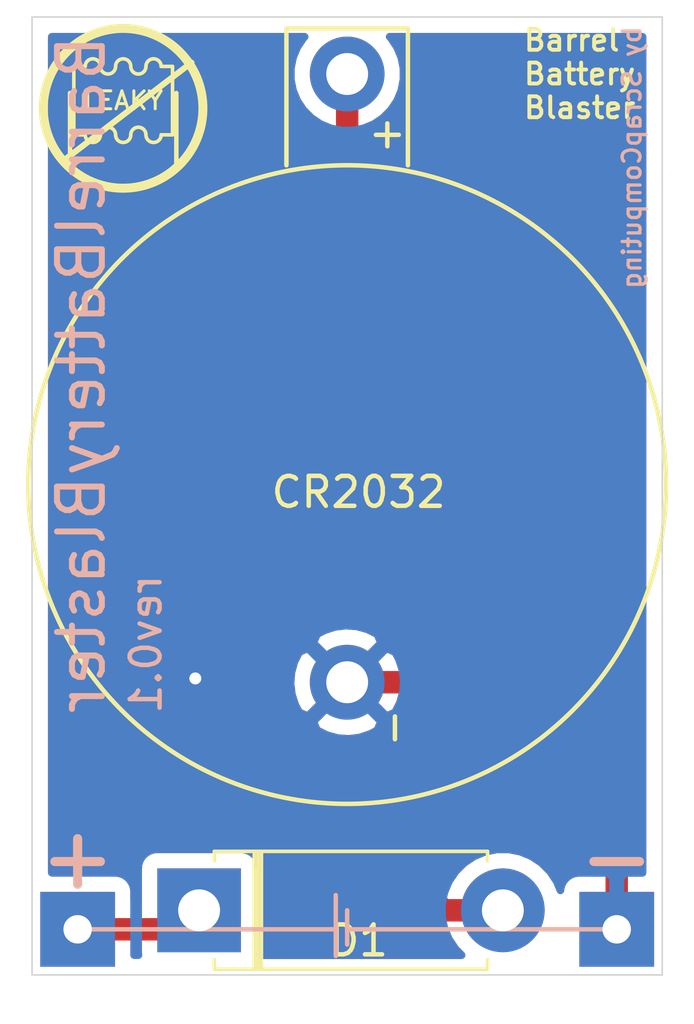
<source format=kicad_pcb>
(kicad_pcb (version 20171130) (host pcbnew 5.1.9+dfsg1-1+deb11u1)

  (general
    (thickness 1.6)
    (drawings 29)
    (tracks 12)
    (zones 0)
    (modules 3)
    (nets 4)
  )

  (page A4)
  (layers
    (0 F.Cu signal)
    (31 B.Cu signal)
    (32 B.Adhes user)
    (33 F.Adhes user)
    (34 B.Paste user)
    (35 F.Paste user)
    (36 B.SilkS user)
    (37 F.SilkS user)
    (38 B.Mask user)
    (39 F.Mask user)
    (40 Dwgs.User user)
    (41 Cmts.User user)
    (42 Eco1.User user)
    (43 Eco2.User user)
    (44 Edge.Cuts user)
    (45 Margin user)
    (46 B.CrtYd user)
    (47 F.CrtYd user)
    (48 B.Fab user)
    (49 F.Fab user)
  )

  (setup
    (last_trace_width 0.75)
    (user_trace_width 0.75)
    (trace_clearance 0.2)
    (zone_clearance 0.508)
    (zone_45_only no)
    (trace_min 0.2)
    (via_size 0.8)
    (via_drill 0.4)
    (via_min_size 0.4)
    (via_min_drill 0.3)
    (uvia_size 0.3)
    (uvia_drill 0.1)
    (uvias_allowed no)
    (uvia_min_size 0.2)
    (uvia_min_drill 0.1)
    (edge_width 0.05)
    (segment_width 0.2)
    (pcb_text_width 0.3)
    (pcb_text_size 1.5 1.5)
    (mod_edge_width 0.12)
    (mod_text_size 1 1)
    (mod_text_width 0.15)
    (pad_size 1.524 1.524)
    (pad_drill 0.762)
    (pad_to_mask_clearance 0)
    (aux_axis_origin 0 0)
    (visible_elements FFFFFF7F)
    (pcbplotparams
      (layerselection 0x010fc_ffffffff)
      (usegerberextensions false)
      (usegerberattributes true)
      (usegerberadvancedattributes true)
      (creategerberjobfile true)
      (excludeedgelayer true)
      (linewidth 0.100000)
      (plotframeref false)
      (viasonmask false)
      (mode 1)
      (useauxorigin false)
      (hpglpennumber 1)
      (hpglpenspeed 20)
      (hpglpendiameter 15.000000)
      (psnegative false)
      (psa4output false)
      (plotreference true)
      (plotvalue true)
      (plotinvisibletext false)
      (padsonsilk false)
      (subtractmaskfromsilk false)
      (outputformat 1)
      (mirror false)
      (drillshape 0)
      (scaleselection 1)
      (outputdirectory "gerbers/"))
  )

  (net 0 "")
  (net 1 "Net-(CR2032-Pad1)")
  (net 2 "Net-(BarrelBattery1-Pad2)")
  (net 3 "Net-(BarrelBattery1-Pad1)")

  (net_class Default "This is the default net class."
    (clearance 0.2)
    (trace_width 0.25)
    (via_dia 0.8)
    (via_drill 0.4)
    (uvia_dia 0.3)
    (uvia_drill 0.1)
    (add_net "Net-(BarrelBattery1-Pad1)")
    (add_net "Net-(BarrelBattery1-Pad2)")
    (add_net "Net-(CR2032-Pad1)")
  )

  (module Diode_THT:D_5W_P10.16mm_Horizontal (layer F.Cu) (tedit 5AE50CD5) (tstamp 63AD55A7)
    (at 165.862 83.312)
    (descr "Diode, 5W series, Axial, Horizontal, pin pitch=10.16mm, , length*diameter=8.9*3.7mm^2, , http://www.diodes.com/_files/packages/8686949.gif")
    (tags "Diode 5W series Axial Horizontal pin pitch 10.16mm  length 8.9mm diameter 3.7mm")
    (path /63AE5684)
    (fp_text reference D1 (at 5.334 1.016) (layer F.SilkS)
      (effects (font (size 1 1) (thickness 0.15)))
    )
    (fp_text value D_Schottky (at 5.08 2.97) (layer F.Fab)
      (effects (font (size 1 1) (thickness 0.15)))
    )
    (fp_text user K (at 0 -2.4) (layer F.SilkS) hide
      (effects (font (size 1 1) (thickness 0.15)))
    )
    (fp_text user K (at 0 -2.4) (layer F.Fab)
      (effects (font (size 1 1) (thickness 0.15)))
    )
    (fp_text user %R (at 5.7475 0) (layer F.Fab)
      (effects (font (size 1 1) (thickness 0.15)))
    )
    (fp_line (start 0.63 -1.85) (end 0.63 1.85) (layer F.Fab) (width 0.1))
    (fp_line (start 0.63 1.85) (end 9.53 1.85) (layer F.Fab) (width 0.1))
    (fp_line (start 9.53 1.85) (end 9.53 -1.85) (layer F.Fab) (width 0.1))
    (fp_line (start 9.53 -1.85) (end 0.63 -1.85) (layer F.Fab) (width 0.1))
    (fp_line (start 0 0) (end 0.63 0) (layer F.Fab) (width 0.1))
    (fp_line (start 10.16 0) (end 9.53 0) (layer F.Fab) (width 0.1))
    (fp_line (start 1.965 -1.85) (end 1.965 1.85) (layer F.Fab) (width 0.1))
    (fp_line (start 2.065 -1.85) (end 2.065 1.85) (layer F.Fab) (width 0.1))
    (fp_line (start 1.865 -1.85) (end 1.865 1.85) (layer F.Fab) (width 0.1))
    (fp_line (start 0.51 -1.64) (end 0.51 -1.97) (layer F.SilkS) (width 0.12))
    (fp_line (start 0.51 -1.97) (end 9.65 -1.97) (layer F.SilkS) (width 0.12))
    (fp_line (start 9.65 -1.97) (end 9.65 -1.64) (layer F.SilkS) (width 0.12))
    (fp_line (start 0.51 1.64) (end 0.51 1.97) (layer F.SilkS) (width 0.12))
    (fp_line (start 0.51 1.97) (end 9.65 1.97) (layer F.SilkS) (width 0.12))
    (fp_line (start 9.65 1.97) (end 9.65 1.64) (layer F.SilkS) (width 0.12))
    (fp_line (start 1.965 -1.97) (end 1.965 1.97) (layer F.SilkS) (width 0.12))
    (fp_line (start 2.085 -1.97) (end 2.085 1.97) (layer F.SilkS) (width 0.12))
    (fp_line (start 1.845 -1.97) (end 1.845 1.97) (layer F.SilkS) (width 0.12))
    (fp_line (start -1.65 -2.1) (end -1.65 2.1) (layer F.CrtYd) (width 0.05))
    (fp_line (start -1.65 2.1) (end 11.81 2.1) (layer F.CrtYd) (width 0.05))
    (fp_line (start 11.81 2.1) (end 11.81 -2.1) (layer F.CrtYd) (width 0.05))
    (fp_line (start 11.81 -2.1) (end -1.65 -2.1) (layer F.CrtYd) (width 0.05))
    (pad 2 thru_hole oval (at 10.16 0) (size 2.8 2.8) (drill 1.4) (layers *.Cu *.Mask)
      (net 1 "Net-(CR2032-Pad1)"))
    (pad 1 thru_hole rect (at 0 0) (size 2.8 2.8) (drill 1.4) (layers *.Cu *.Mask)
      (net 3 "Net-(BarrelBattery1-Pad1)"))
    (model ${KISYS3DMOD}/Diode_THT.3dshapes/D_5W_P10.16mm_Horizontal.wrl
      (at (xyz 0 0 0))
      (scale (xyz 1 1 1))
      (rotate (xyz 0 0 0))
    )
  )

  (module BarrelBatteryBlaster:cr2032 (layer F.Cu) (tedit 63AD4AAA) (tstamp 63AD57E1)
    (at 170.815 55.372 270)
    (path /63ADD5BE)
    (fp_text reference CR2032 (at 13.97 -0.381 180) (layer F.SilkS)
      (effects (font (size 1 1) (thickness 0.15)))
    )
    (fp_text value CR2032 (at 13.97 -2.032 90) (layer F.Fab)
      (effects (font (size 1 1) (thickness 0.15)))
    )
    (fp_text user - (at 21.844 -1.524 90) (layer F.SilkS)
      (effects (font (size 1 1) (thickness 0.15)))
    )
    (fp_text user + (at 2.032 -1.27 90) (layer F.SilkS)
      (effects (font (size 1 1) (thickness 0.15)))
    )
    (fp_line (start -2.413 3.175) (end 2.54 3.175) (layer F.CrtYd) (width 0.12))
    (fp_line (start -2.413 -3.302) (end -2.413 3.175) (layer F.CrtYd) (width 0.12))
    (fp_line (start 2.54 -3.302) (end -2.413 -3.302) (layer F.CrtYd) (width 0.12))
    (fp_circle (center 13.716 0) (end 23.368 6.35) (layer F.CrtYd) (width 0.12))
    (fp_line (start -1.524 -2.032) (end -1.524 2.032) (layer F.SilkS) (width 0.15))
    (fp_circle (center 13.716 0) (end 24.384 0) (layer F.SilkS) (width 0.15))
    (fp_line (start -1.524 -2.032) (end 3.048 -2.032) (layer F.SilkS) (width 0.15))
    (fp_line (start -1.524 2.032) (end 3.048 2.032) (layer F.SilkS) (width 0.15))
    (pad 2 thru_hole circle (at 20.32 0 270) (size 2.5 2.5) (drill 1.4) (layers *.Cu *.Mask)
      (net 2 "Net-(BarrelBattery1-Pad2)"))
    (pad 1 thru_hole circle (at 0 0 270) (size 2.5 2.5) (drill 1.4) (layers *.Cu *.Mask)
      (net 1 "Net-(CR2032-Pad1)"))
  )

  (module BarrelBatteryBlaster:barrel_battery (layer B.Cu) (tedit 63AD490E) (tstamp 63AD5D56)
    (at 179.832 83.947 180)
    (path /63AE9158)
    (fp_text reference BarrelBattery1 (at 31.877 8.001) (layer B.SilkS) hide
      (effects (font (size 1 1) (thickness 0.15)) (justify mirror))
    )
    (fp_text value BarrelBattery (at 8.636 3.683) (layer B.Fab)
      (effects (font (size 1 1) (thickness 0.15)) (justify mirror))
    )
    (fp_text user - (at 0 2.413) (layer B.SilkS)
      (effects (font (size 2 2) (thickness 0.3)) (justify mirror))
    )
    (fp_text user - (at 0 2.413) (layer F.SilkS)
      (effects (font (size 2 2) (thickness 0.3)))
    )
    (fp_text user + (at 18.034 2.413) (layer F.SilkS)
      (effects (font (size 2 2) (thickness 0.3)))
    )
    (fp_text user + (at 18.034 2.413) (layer B.SilkS)
      (effects (font (size 2 2) (thickness 0.3)) (justify mirror))
    )
    (fp_line (start 0 0) (end 9.017 0) (layer B.SilkS) (width 0.15))
    (fp_line (start 9.017 0.635) (end 9.017 -0.508) (layer B.SilkS) (width 0.15))
    (fp_line (start 9.398 1.143) (end 9.398 -0.889) (layer B.SilkS) (width 0.15))
    (fp_line (start 9.398 0) (end 18.034 0) (layer B.SilkS) (width 0.15))
    (pad 1 thru_hole rect (at 18.034 0 180) (size 2.5 2.5) (drill 0.95) (layers *.Cu *.Mask)
      (net 3 "Net-(BarrelBattery1-Pad1)"))
    (pad 2 thru_hole rect (at 0 0 90) (size 2.5 2.5) (drill 0.95) (layers *.Cu *.Mask)
      (net 2 "Net-(BarrelBattery1-Pad2)"))
  )

  (gr_circle (center 163.319793 56.517207) (end 165.989 56.517207) (layer F.SilkS) (width 0.3))
  (gr_line (start 161.29 58.293) (end 165.608 54.991) (layer F.SilkS) (width 0.2))
  (gr_text LEAKY (at 163.322 56.261) (layer F.SilkS)
    (effects (font (size 0.6 0.6) (thickness 0.1)))
  )
  (gr_arc (start 163.83 57.404) (end 164.084 57.404) (angle -180) (layer F.SilkS) (width 0.12) (tstamp 63AD5BE1))
  (gr_line (start 162.052 57.404) (end 161.671 57.404) (layer F.SilkS) (width 0.12) (tstamp 63AD5BE0))
  (gr_arc (start 162.814 57.404) (end 163.068 57.404) (angle -180) (layer F.SilkS) (width 0.12) (tstamp 63AD5BDF))
  (gr_line (start 164.973 57.404) (end 164.592 57.404) (layer F.SilkS) (width 0.12) (tstamp 63AD5BDE))
  (gr_arc (start 163.322 57.404) (end 163.068 57.404) (angle -180) (layer F.SilkS) (width 0.12) (tstamp 63AD5BDD))
  (gr_arc (start 162.306 57.404) (end 162.052 57.404) (angle -180) (layer F.SilkS) (width 0.12) (tstamp 63AD5BDC))
  (gr_arc (start 164.338 57.404) (end 164.084 57.404) (angle -180) (layer F.SilkS) (width 0.12) (tstamp 63AD5BDB))
  (gr_arc (start 163.83 55.118) (end 163.576 55.118) (angle -180) (layer F.SilkS) (width 0.12) (tstamp 63AD5BCE))
  (gr_arc (start 162.814 55.118) (end 162.56 55.118) (angle -180) (layer F.SilkS) (width 0.12) (tstamp 63AD5BC3))
  (gr_line (start 165.1 58.42) (end 165.1 56.007) (layer F.SilkS) (width 0.15) (tstamp 63AD5BB0))
  (gr_line (start 164.973 57.404) (end 164.973 55.118) (layer F.SilkS) (width 0.12) (tstamp 63AD5BAD))
  (gr_arc (start 164.338 55.118) (end 164.592 55.118) (angle -180) (layer F.SilkS) (width 0.12) (tstamp 63AD5B6A))
  (gr_line (start 164.592 55.118) (end 164.973 55.118) (layer F.SilkS) (width 0.12) (tstamp 63AD5B69))
  (gr_arc (start 163.322 55.118) (end 163.576 55.118) (angle -180) (layer F.SilkS) (width 0.12) (tstamp 63AD5B6A))
  (gr_arc (start 162.306 55.118) (end 162.56 55.118) (angle -180) (layer F.SilkS) (width 0.12))
  (gr_line (start 161.671 55.118) (end 162.052 55.118) (layer F.SilkS) (width 0.12))
  (gr_line (start 161.671 57.404) (end 161.671 55.118) (layer F.SilkS) (width 0.12))
  (gr_line (start 161.544 58.42) (end 161.544 56.007) (layer F.SilkS) (width 0.15))
  (gr_text rev0.1 (at 164.084 74.422 90) (layer B.SilkS) (tstamp 63AD56C4)
    (effects (font (size 1 1) (thickness 0.15)) (justify mirror))
  )
  (gr_text BarrelBatteryBlaster (at 161.925 65.405 90) (layer B.SilkS) (tstamp 63AD5642)
    (effects (font (size 1.5 1.5) (thickness 0.2)) (justify mirror))
  )
  (gr_text "by ScrapComputing" (at 180.34 58.166 90) (layer B.SilkS)
    (effects (font (size 0.6 0.6) (thickness 0.11)) (justify mirror))
  )
  (gr_text "Barrel\nBattery\nBlaster" (at 176.657 55.372) (layer F.SilkS)
    (effects (font (size 0.7 0.7) (thickness 0.13)) (justify left))
  )
  (gr_line (start 160.274 85.471) (end 181.356 85.471) (layer Edge.Cuts) (width 0.05))
  (gr_line (start 160.274 53.467) (end 160.274 85.471) (layer Edge.Cuts) (width 0.05))
  (gr_line (start 181.356 53.467) (end 160.274 53.467) (layer Edge.Cuts) (width 0.05))
  (gr_line (start 181.356 85.471) (end 181.356 53.467) (layer Edge.Cuts) (width 0.05))

  (segment (start 170.815 55.372) (end 170.815 70.739) (width 0.75) (layer F.Cu) (net 1))
  (segment (start 170.815 70.739) (end 167.767 73.787) (width 0.75) (layer F.Cu) (net 1))
  (segment (start 174.042102 83.312) (end 176.022 83.312) (width 0.75) (layer F.Cu) (net 1))
  (segment (start 167.767 77.036898) (end 174.042102 83.312) (width 0.75) (layer F.Cu) (net 1))
  (segment (start 167.767 73.787) (end 167.767 77.036898) (width 0.75) (layer F.Cu) (net 1))
  (segment (start 170.815 75.692) (end 175.895 75.692) (width 0.75) (layer F.Cu) (net 2))
  (segment (start 175.895 75.692) (end 179.832 79.629) (width 0.75) (layer F.Cu) (net 2))
  (segment (start 179.832 79.629) (end 179.832 83.947) (width 0.75) (layer F.Cu) (net 2))
  (via (at 165.735 75.565) (size 0.8) (drill 0.4) (layers F.Cu B.Cu) (net 2))
  (segment (start 165.1 84.074) (end 165.862 83.312) (width 0.75) (layer F.Cu) (net 3))
  (segment (start 165.227 83.947) (end 165.862 83.312) (width 0.75) (layer F.Cu) (net 3))
  (segment (start 161.798 83.947) (end 165.227 83.947) (width 0.75) (layer F.Cu) (net 3))

  (zone (net 2) (net_name "Net-(BarrelBattery1-Pad2)") (layer F.Cu) (tstamp 63AD617F) (hatch edge 0.508)
    (connect_pads (clearance 0.508))
    (min_thickness 0.254)
    (fill yes (arc_segments 32) (thermal_gap 0.508) (thermal_bridge_width 0.508))
    (polygon
      (pts
        (xy 181.356 85.598) (xy 160.274 85.471) (xy 160.274 53.467) (xy 181.229 53.467)
      )
    )
    (filled_polygon
      (pts
        (xy 169.350825 54.170382) (xy 169.144534 54.479118) (xy 169.002439 54.822166) (xy 168.93 55.186344) (xy 168.93 55.557656)
        (xy 169.002439 55.921834) (xy 169.144534 56.264882) (xy 169.350825 56.573618) (xy 169.613382 56.836175) (xy 169.805 56.96421)
        (xy 169.805001 70.320643) (xy 167.087906 73.037739) (xy 167.049367 73.069367) (xy 166.923153 73.22316) (xy 166.829369 73.39862)
        (xy 166.829368 73.398621) (xy 166.771615 73.589006) (xy 166.752114 73.787) (xy 166.757 73.836608) (xy 166.757001 76.987281)
        (xy 166.752114 77.036898) (xy 166.771615 77.234892) (xy 166.829368 77.425277) (xy 166.829369 77.425278) (xy 166.923154 77.600738)
        (xy 167.049368 77.754531) (xy 167.087901 77.786154) (xy 173.292841 83.991094) (xy 173.324469 84.029633) (xy 173.478262 84.155847)
        (xy 173.653722 84.249632) (xy 173.844108 84.307385) (xy 173.992494 84.322) (xy 173.992496 84.322) (xy 174.042101 84.326886)
        (xy 174.091706 84.322) (xy 174.249387 84.322) (xy 174.441313 84.609237) (xy 174.643076 84.811) (xy 167.890322 84.811)
        (xy 167.900072 84.712) (xy 167.900072 81.912) (xy 167.887812 81.787518) (xy 167.851502 81.66782) (xy 167.792537 81.557506)
        (xy 167.713185 81.460815) (xy 167.616494 81.381463) (xy 167.50618 81.322498) (xy 167.386482 81.286188) (xy 167.262 81.273928)
        (xy 164.462 81.273928) (xy 164.337518 81.286188) (xy 164.21782 81.322498) (xy 164.107506 81.381463) (xy 164.010815 81.460815)
        (xy 163.931463 81.557506) (xy 163.872498 81.66782) (xy 163.836188 81.787518) (xy 163.823928 81.912) (xy 163.823928 82.937)
        (xy 163.686072 82.937) (xy 163.686072 82.697) (xy 163.673812 82.572518) (xy 163.637502 82.45282) (xy 163.578537 82.342506)
        (xy 163.499185 82.245815) (xy 163.402494 82.166463) (xy 163.29218 82.107498) (xy 163.172482 82.071188) (xy 163.048 82.058928)
        (xy 160.934 82.058928) (xy 160.934 54.127) (xy 169.394207 54.127)
      )
    )
    (filled_polygon
      (pts
        (xy 180.696 82.060158) (xy 180.11775 82.062) (xy 179.959 82.22075) (xy 179.959 83.82) (xy 179.979 83.82)
        (xy 179.979 84.074) (xy 179.959 84.074) (xy 179.959 84.094) (xy 179.705 84.094) (xy 179.705 84.074)
        (xy 179.685 84.074) (xy 179.685 83.82) (xy 179.705 83.82) (xy 179.705 82.22075) (xy 179.54625 82.062)
        (xy 178.582 82.058928) (xy 178.457518 82.071188) (xy 178.33782 82.107498) (xy 178.227506 82.166463) (xy 178.130815 82.245815)
        (xy 178.051463 82.342506) (xy 177.992498 82.45282) (xy 177.956188 82.572518) (xy 177.948922 82.646291) (xy 177.825393 82.348066)
        (xy 177.602687 82.014763) (xy 177.319237 81.731313) (xy 176.985934 81.508607) (xy 176.615587 81.355204) (xy 176.22243 81.277)
        (xy 175.82157 81.277) (xy 175.428413 81.355204) (xy 175.058066 81.508607) (xy 174.724763 81.731313) (xy 174.441313 82.014763)
        (xy 174.33393 82.175473) (xy 169.164062 77.005605) (xy 169.681 77.005605) (xy 169.806914 77.295577) (xy 170.139126 77.461433)
        (xy 170.497312 77.55929) (xy 170.867706 77.585389) (xy 171.236075 77.538725) (xy 171.588262 77.421094) (xy 171.823086 77.295577)
        (xy 171.949 77.005605) (xy 170.815 75.871605) (xy 169.681 77.005605) (xy 169.164062 77.005605) (xy 168.777 76.618543)
        (xy 168.777 75.744706) (xy 168.921611 75.744706) (xy 168.968275 76.113075) (xy 169.085906 76.465262) (xy 169.211423 76.700086)
        (xy 169.501395 76.826) (xy 170.635395 75.692) (xy 170.994605 75.692) (xy 172.128605 76.826) (xy 172.418577 76.700086)
        (xy 172.584433 76.367874) (xy 172.68229 76.009688) (xy 172.708389 75.639294) (xy 172.661725 75.270925) (xy 172.544094 74.918738)
        (xy 172.418577 74.683914) (xy 172.128605 74.558) (xy 170.994605 75.692) (xy 170.635395 75.692) (xy 169.501395 74.558)
        (xy 169.211423 74.683914) (xy 169.045567 75.016126) (xy 168.94771 75.374312) (xy 168.921611 75.744706) (xy 168.777 75.744706)
        (xy 168.777 74.378395) (xy 169.681 74.378395) (xy 170.815 75.512395) (xy 171.949 74.378395) (xy 171.823086 74.088423)
        (xy 171.490874 73.922567) (xy 171.132688 73.82471) (xy 170.762294 73.798611) (xy 170.393925 73.845275) (xy 170.041738 73.962906)
        (xy 169.806914 74.088423) (xy 169.681 74.378395) (xy 168.777 74.378395) (xy 168.777 74.205355) (xy 171.4941 71.488256)
        (xy 171.532633 71.456633) (xy 171.658847 71.30284) (xy 171.752632 71.12738) (xy 171.810385 70.936994) (xy 171.825 70.788608)
        (xy 171.829886 70.739) (xy 171.825 70.689392) (xy 171.825 56.96421) (xy 172.016618 56.836175) (xy 172.279175 56.573618)
        (xy 172.485466 56.264882) (xy 172.627561 55.921834) (xy 172.7 55.557656) (xy 172.7 55.186344) (xy 172.627561 54.822166)
        (xy 172.485466 54.479118) (xy 172.279175 54.170382) (xy 172.235793 54.127) (xy 180.696001 54.127)
      )
    )
  )
  (zone (net 2) (net_name "Net-(BarrelBattery1-Pad2)") (layer B.Cu) (tstamp 63AD626E) (hatch edge 0.508)
    (connect_pads (clearance 0.508))
    (min_thickness 0.254)
    (fill yes (arc_segments 32) (thermal_gap 0.508) (thermal_bridge_width 0.508))
    (polygon
      (pts
        (xy 181.229 85.598) (xy 160.274 85.471) (xy 160.274 53.467) (xy 181.356 53.34)
      )
    )
    (filled_polygon
      (pts
        (xy 169.350825 54.170382) (xy 169.144534 54.479118) (xy 169.002439 54.822166) (xy 168.93 55.186344) (xy 168.93 55.557656)
        (xy 169.002439 55.921834) (xy 169.144534 56.264882) (xy 169.350825 56.573618) (xy 169.613382 56.836175) (xy 169.922118 57.042466)
        (xy 170.265166 57.184561) (xy 170.629344 57.257) (xy 171.000656 57.257) (xy 171.364834 57.184561) (xy 171.707882 57.042466)
        (xy 172.016618 56.836175) (xy 172.279175 56.573618) (xy 172.485466 56.264882) (xy 172.627561 55.921834) (xy 172.7 55.557656)
        (xy 172.7 55.186344) (xy 172.627561 54.822166) (xy 172.485466 54.479118) (xy 172.279175 54.170382) (xy 172.235793 54.127)
        (xy 180.696001 54.127) (xy 180.696 82.060158) (xy 180.11775 82.062) (xy 179.959 82.22075) (xy 179.959 83.82)
        (xy 179.979 83.82) (xy 179.979 84.074) (xy 179.959 84.074) (xy 179.959 84.094) (xy 179.705 84.094)
        (xy 179.705 84.074) (xy 179.685 84.074) (xy 179.685 83.82) (xy 179.705 83.82) (xy 179.705 82.22075)
        (xy 179.54625 82.062) (xy 178.582 82.058928) (xy 178.457518 82.071188) (xy 178.33782 82.107498) (xy 178.227506 82.166463)
        (xy 178.130815 82.245815) (xy 178.051463 82.342506) (xy 177.992498 82.45282) (xy 177.956188 82.572518) (xy 177.948922 82.646291)
        (xy 177.825393 82.348066) (xy 177.602687 82.014763) (xy 177.319237 81.731313) (xy 176.985934 81.508607) (xy 176.615587 81.355204)
        (xy 176.22243 81.277) (xy 175.82157 81.277) (xy 175.428413 81.355204) (xy 175.058066 81.508607) (xy 174.724763 81.731313)
        (xy 174.441313 82.014763) (xy 174.218607 82.348066) (xy 174.065204 82.718413) (xy 173.987 83.11157) (xy 173.987 83.51243)
        (xy 174.065204 83.905587) (xy 174.218607 84.275934) (xy 174.441313 84.609237) (xy 174.643076 84.811) (xy 167.890322 84.811)
        (xy 167.900072 84.712) (xy 167.900072 81.912) (xy 167.887812 81.787518) (xy 167.851502 81.66782) (xy 167.792537 81.557506)
        (xy 167.713185 81.460815) (xy 167.616494 81.381463) (xy 167.50618 81.322498) (xy 167.386482 81.286188) (xy 167.262 81.273928)
        (xy 164.462 81.273928) (xy 164.337518 81.286188) (xy 164.21782 81.322498) (xy 164.107506 81.381463) (xy 164.010815 81.460815)
        (xy 163.931463 81.557506) (xy 163.872498 81.66782) (xy 163.836188 81.787518) (xy 163.823928 81.912) (xy 163.823928 84.712)
        (xy 163.833678 84.811) (xy 163.686072 84.811) (xy 163.686072 82.697) (xy 163.673812 82.572518) (xy 163.637502 82.45282)
        (xy 163.578537 82.342506) (xy 163.499185 82.245815) (xy 163.402494 82.166463) (xy 163.29218 82.107498) (xy 163.172482 82.071188)
        (xy 163.048 82.058928) (xy 160.934 82.058928) (xy 160.934 77.005605) (xy 169.681 77.005605) (xy 169.806914 77.295577)
        (xy 170.139126 77.461433) (xy 170.497312 77.55929) (xy 170.867706 77.585389) (xy 171.236075 77.538725) (xy 171.588262 77.421094)
        (xy 171.823086 77.295577) (xy 171.949 77.005605) (xy 170.815 75.871605) (xy 169.681 77.005605) (xy 160.934 77.005605)
        (xy 160.934 75.744706) (xy 168.921611 75.744706) (xy 168.968275 76.113075) (xy 169.085906 76.465262) (xy 169.211423 76.700086)
        (xy 169.501395 76.826) (xy 170.635395 75.692) (xy 170.994605 75.692) (xy 172.128605 76.826) (xy 172.418577 76.700086)
        (xy 172.584433 76.367874) (xy 172.68229 76.009688) (xy 172.708389 75.639294) (xy 172.661725 75.270925) (xy 172.544094 74.918738)
        (xy 172.418577 74.683914) (xy 172.128605 74.558) (xy 170.994605 75.692) (xy 170.635395 75.692) (xy 169.501395 74.558)
        (xy 169.211423 74.683914) (xy 169.045567 75.016126) (xy 168.94771 75.374312) (xy 168.921611 75.744706) (xy 160.934 75.744706)
        (xy 160.934 74.378395) (xy 169.681 74.378395) (xy 170.815 75.512395) (xy 171.949 74.378395) (xy 171.823086 74.088423)
        (xy 171.490874 73.922567) (xy 171.132688 73.82471) (xy 170.762294 73.798611) (xy 170.393925 73.845275) (xy 170.041738 73.962906)
        (xy 169.806914 74.088423) (xy 169.681 74.378395) (xy 160.934 74.378395) (xy 160.934 54.127) (xy 169.394207 54.127)
      )
    )
  )
)

</source>
